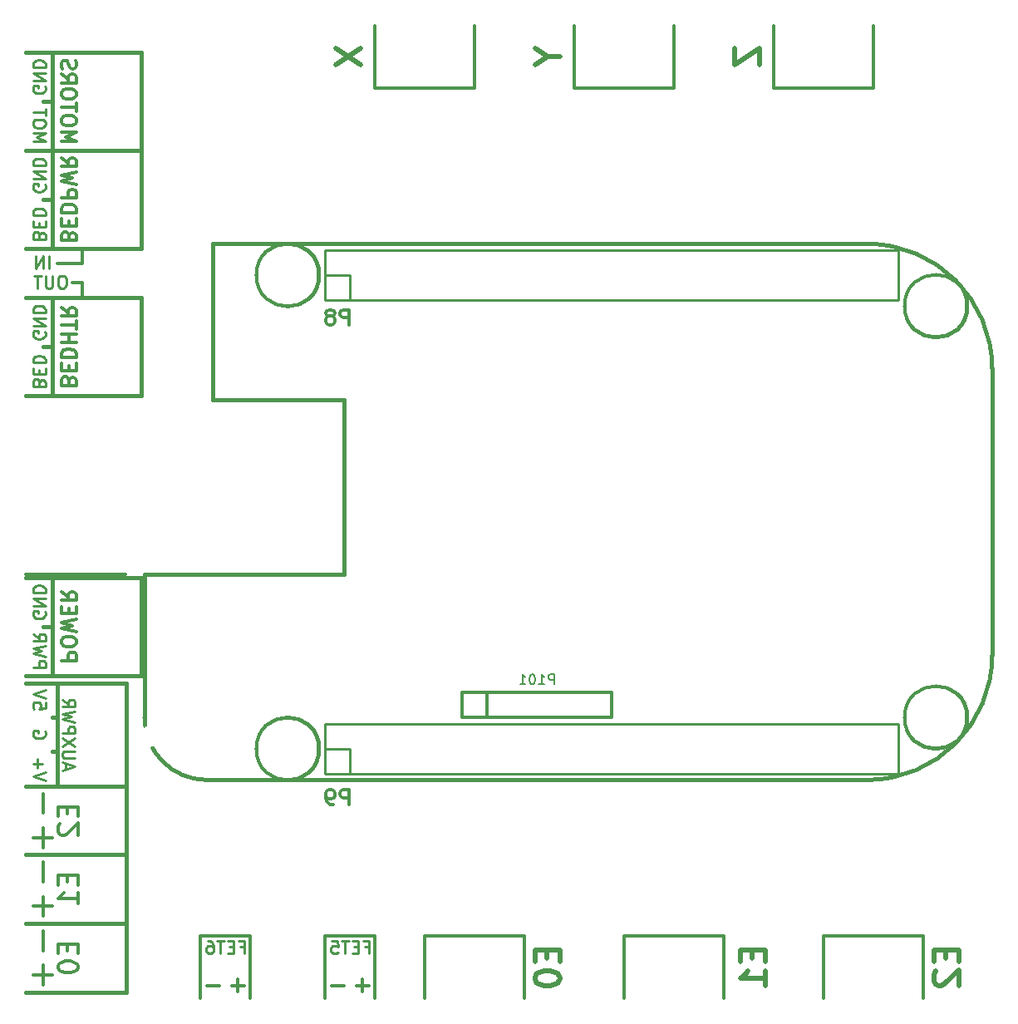
<source format=gbo>
G04 (created by PCBNEW (2013-07-07 BZR 4022)-stable) date 5/7/2014 12:27:22 AM*
%MOIN*%
G04 Gerber Fmt 3.4, Leading zero omitted, Abs format*
%FSLAX34Y34*%
G01*
G70*
G90*
G04 APERTURE LIST*
%ADD10C,0.00590551*%
%ADD11C,0.01*%
%ADD12C,0.012*%
%ADD13C,0.015*%
%ADD14C,0.011811*%
%ADD15C,0.02*%
%ADD16C,0.004*%
%ADD17C,0.008*%
%ADD18R,0.085X0.085*%
%ADD19C,0.085*%
%ADD20C,0.09*%
%ADD21R,0.09X0.09*%
%ADD22R,0.085X0.08*%
%ADD23R,0.075X0.1184*%
%ADD24R,0.08X0.08*%
%ADD25C,0.08*%
%ADD26C,0.13811*%
%ADD27R,0.13811X0.13811*%
%ADD28C,0.114488*%
%ADD29R,0.114488X0.114488*%
%ADD30C,0.236535*%
%ADD31O,0.085X0.085*%
%ADD32R,0.0849606X0.0849606*%
%ADD33C,0.0849606*%
%ADD34C,0.124331*%
G04 APERTURE END LIST*
G54D10*
G54D11*
X318Y29766D02*
X318Y30266D01*
X80Y29766D02*
X80Y30266D01*
X-205Y29766D01*
X-205Y30266D01*
X889Y29478D02*
X794Y29478D01*
X747Y29454D01*
X699Y29407D01*
X675Y29312D01*
X675Y29145D01*
X699Y29050D01*
X747Y29002D01*
X794Y28978D01*
X889Y28978D01*
X937Y29002D01*
X985Y29050D01*
X1008Y29145D01*
X1008Y29312D01*
X985Y29407D01*
X937Y29454D01*
X889Y29478D01*
X461Y29478D02*
X461Y29073D01*
X437Y29026D01*
X413Y29002D01*
X366Y28978D01*
X270Y28978D01*
X223Y29002D01*
X199Y29026D01*
X175Y29073D01*
X175Y29478D01*
X8Y29478D02*
X-276Y29478D01*
X-133Y28978D02*
X-133Y29478D01*
G54D12*
X1644Y29181D02*
X1250Y29181D01*
X1644Y28590D02*
X1644Y29181D01*
X1644Y29968D02*
X659Y29968D01*
X1644Y30559D02*
X1644Y29968D01*
G54D13*
X462Y11759D02*
X659Y11759D01*
X462Y10381D02*
X659Y10381D01*
X659Y13137D02*
X659Y9003D01*
X69Y15401D02*
X462Y15401D01*
X69Y26622D02*
X462Y26622D01*
X69Y32527D02*
X462Y32527D01*
X69Y36464D02*
X462Y36464D01*
G54D11*
X146Y11201D02*
X170Y11154D01*
X170Y11082D01*
X146Y11011D01*
X98Y10963D01*
X51Y10939D01*
X-44Y10916D01*
X-115Y10916D01*
X-210Y10939D01*
X-258Y10963D01*
X-306Y11011D01*
X-329Y11082D01*
X-329Y11130D01*
X-306Y11201D01*
X-282Y11225D01*
X-115Y11225D01*
X-115Y11130D01*
X170Y12353D02*
X170Y12115D01*
X-68Y12091D01*
X-44Y12115D01*
X-20Y12163D01*
X-20Y12282D01*
X-44Y12329D01*
X-68Y12353D01*
X-115Y12377D01*
X-234Y12377D01*
X-282Y12353D01*
X-306Y12329D01*
X-329Y12282D01*
X-329Y12163D01*
X-306Y12115D01*
X-282Y12091D01*
X170Y12520D02*
X-329Y12686D01*
X170Y12853D01*
X170Y9216D02*
X-329Y9383D01*
X170Y9550D01*
X-139Y9716D02*
X-139Y10097D01*
X-329Y9907D02*
X51Y9907D01*
G54D13*
X462Y9003D02*
X3415Y9003D01*
X462Y6248D02*
X3415Y6248D01*
X462Y3492D02*
X3415Y3492D01*
X3415Y736D02*
X462Y736D01*
X3415Y13137D02*
X3415Y736D01*
X462Y13137D02*
X3415Y13137D01*
X462Y13433D02*
X462Y17370D01*
X4006Y13433D02*
X462Y13433D01*
X4006Y17370D02*
X4006Y13433D01*
X462Y17370D02*
X4006Y17370D01*
X462Y24653D02*
X462Y28590D01*
X4006Y24653D02*
X462Y24653D01*
X4006Y28590D02*
X4006Y24653D01*
X462Y28590D02*
X4006Y28590D01*
X462Y34496D02*
X4006Y34496D01*
X462Y30559D02*
X462Y38433D01*
X4006Y30559D02*
X462Y30559D01*
X4006Y38433D02*
X4006Y30559D01*
X462Y38433D02*
X4006Y38433D01*
X462Y34496D02*
X-600Y34496D01*
X462Y28590D02*
X-600Y28590D01*
X462Y30559D02*
X-600Y30559D01*
X462Y38433D02*
X-600Y38433D01*
X462Y17370D02*
X-600Y17370D01*
X462Y24653D02*
X-600Y24653D01*
X462Y13433D02*
X-600Y13433D01*
X462Y13137D02*
X-600Y13137D01*
X462Y9003D02*
X-600Y9003D01*
X462Y6248D02*
X-600Y6248D01*
X462Y3492D02*
X-600Y3492D01*
X462Y736D02*
X-600Y736D01*
G54D14*
X1123Y25272D02*
X1095Y25356D01*
X1067Y25384D01*
X1011Y25412D01*
X926Y25412D01*
X870Y25384D01*
X842Y25356D01*
X814Y25300D01*
X814Y25075D01*
X1405Y25075D01*
X1405Y25272D01*
X1376Y25328D01*
X1348Y25356D01*
X1292Y25384D01*
X1236Y25384D01*
X1180Y25356D01*
X1151Y25328D01*
X1123Y25272D01*
X1123Y25075D01*
X1123Y25665D02*
X1123Y25862D01*
X814Y25947D02*
X814Y25665D01*
X1405Y25665D01*
X1405Y25947D01*
X814Y26200D02*
X1405Y26200D01*
X1405Y26340D01*
X1376Y26425D01*
X1320Y26481D01*
X1264Y26509D01*
X1151Y26537D01*
X1067Y26537D01*
X955Y26509D01*
X898Y26481D01*
X842Y26425D01*
X814Y26340D01*
X814Y26200D01*
X814Y26790D02*
X1405Y26790D01*
X1123Y26790D02*
X1123Y27128D01*
X814Y27128D02*
X1405Y27128D01*
X1405Y27325D02*
X1405Y27662D01*
X814Y27493D02*
X1405Y27493D01*
X814Y28196D02*
X1095Y28000D01*
X814Y27859D02*
X1405Y27859D01*
X1405Y28084D01*
X1376Y28140D01*
X1348Y28168D01*
X1292Y28196D01*
X1208Y28196D01*
X1151Y28168D01*
X1123Y28140D01*
X1095Y28084D01*
X1095Y27859D01*
G54D11*
X146Y27225D02*
X170Y27177D01*
X170Y27106D01*
X146Y27034D01*
X98Y26987D01*
X51Y26963D01*
X-44Y26939D01*
X-115Y26939D01*
X-210Y26963D01*
X-258Y26987D01*
X-306Y27034D01*
X-329Y27106D01*
X-329Y27153D01*
X-306Y27225D01*
X-282Y27249D01*
X-115Y27249D01*
X-115Y27153D01*
X-329Y27463D02*
X170Y27463D01*
X-329Y27749D01*
X170Y27749D01*
X-329Y27987D02*
X170Y27987D01*
X170Y28106D01*
X146Y28177D01*
X98Y28225D01*
X51Y28249D01*
X-44Y28272D01*
X-115Y28272D01*
X-210Y28249D01*
X-258Y28225D01*
X-306Y28177D01*
X-329Y28106D01*
X-329Y27987D01*
X-68Y25197D02*
X-91Y25268D01*
X-115Y25292D01*
X-163Y25316D01*
X-234Y25316D01*
X-282Y25292D01*
X-306Y25268D01*
X-329Y25221D01*
X-329Y25030D01*
X170Y25030D01*
X170Y25197D01*
X146Y25244D01*
X122Y25268D01*
X74Y25292D01*
X27Y25292D01*
X-20Y25268D01*
X-44Y25244D01*
X-68Y25197D01*
X-68Y25030D01*
X-68Y25530D02*
X-68Y25697D01*
X-329Y25768D02*
X-329Y25530D01*
X170Y25530D01*
X170Y25768D01*
X-329Y25983D02*
X170Y25983D01*
X170Y26102D01*
X146Y26173D01*
X98Y26221D01*
X51Y26244D01*
X-44Y26268D01*
X-115Y26268D01*
X-210Y26244D01*
X-258Y26221D01*
X-306Y26173D01*
X-329Y26102D01*
X-329Y25983D01*
X-68Y31102D02*
X-91Y31174D01*
X-115Y31198D01*
X-163Y31221D01*
X-234Y31221D01*
X-282Y31198D01*
X-306Y31174D01*
X-329Y31126D01*
X-329Y30936D01*
X170Y30936D01*
X170Y31102D01*
X146Y31150D01*
X122Y31174D01*
X74Y31198D01*
X27Y31198D01*
X-20Y31174D01*
X-44Y31150D01*
X-68Y31102D01*
X-68Y30936D01*
X-68Y31436D02*
X-68Y31602D01*
X-329Y31674D02*
X-329Y31436D01*
X170Y31436D01*
X170Y31674D01*
X-329Y31888D02*
X170Y31888D01*
X170Y32007D01*
X146Y32079D01*
X98Y32126D01*
X51Y32150D01*
X-44Y32174D01*
X-115Y32174D01*
X-210Y32150D01*
X-258Y32126D01*
X-306Y32079D01*
X-329Y32007D01*
X-329Y31888D01*
X146Y33130D02*
X170Y33083D01*
X170Y33011D01*
X146Y32940D01*
X98Y32892D01*
X51Y32868D01*
X-44Y32845D01*
X-115Y32845D01*
X-210Y32868D01*
X-258Y32892D01*
X-306Y32940D01*
X-329Y33011D01*
X-329Y33059D01*
X-306Y33130D01*
X-282Y33154D01*
X-115Y33154D01*
X-115Y33059D01*
X-329Y33368D02*
X170Y33368D01*
X-329Y33654D01*
X170Y33654D01*
X-329Y33892D02*
X170Y33892D01*
X170Y34011D01*
X146Y34083D01*
X98Y34130D01*
X51Y34154D01*
X-44Y34178D01*
X-115Y34178D01*
X-210Y34154D01*
X-258Y34130D01*
X-306Y34083D01*
X-329Y34011D01*
X-329Y33892D01*
G54D14*
X1123Y31079D02*
X1095Y31163D01*
X1067Y31191D01*
X1011Y31219D01*
X926Y31219D01*
X870Y31191D01*
X842Y31163D01*
X814Y31107D01*
X814Y30882D01*
X1405Y30882D01*
X1405Y31079D01*
X1376Y31135D01*
X1348Y31163D01*
X1292Y31191D01*
X1236Y31191D01*
X1180Y31163D01*
X1151Y31135D01*
X1123Y31079D01*
X1123Y30882D01*
X1123Y31473D02*
X1123Y31669D01*
X814Y31754D02*
X814Y31473D01*
X1405Y31473D01*
X1405Y31754D01*
X814Y32007D02*
X1405Y32007D01*
X1405Y32147D01*
X1376Y32232D01*
X1320Y32288D01*
X1264Y32316D01*
X1151Y32344D01*
X1067Y32344D01*
X955Y32316D01*
X898Y32288D01*
X842Y32232D01*
X814Y32147D01*
X814Y32007D01*
X814Y32597D02*
X1405Y32597D01*
X1405Y32822D01*
X1376Y32879D01*
X1348Y32907D01*
X1292Y32935D01*
X1208Y32935D01*
X1151Y32907D01*
X1123Y32879D01*
X1095Y32822D01*
X1095Y32597D01*
X1405Y33132D02*
X814Y33272D01*
X1236Y33385D01*
X814Y33497D01*
X1405Y33638D01*
X814Y34200D02*
X1095Y34003D01*
X814Y33863D02*
X1405Y33863D01*
X1405Y34088D01*
X1376Y34144D01*
X1348Y34172D01*
X1292Y34200D01*
X1208Y34200D01*
X1151Y34172D01*
X1123Y34144D01*
X1095Y34088D01*
X1095Y33863D01*
X814Y34847D02*
X1405Y34847D01*
X983Y35044D01*
X1405Y35241D01*
X814Y35241D01*
X1405Y35634D02*
X1405Y35747D01*
X1376Y35803D01*
X1320Y35859D01*
X1208Y35888D01*
X1011Y35888D01*
X898Y35859D01*
X842Y35803D01*
X814Y35747D01*
X814Y35634D01*
X842Y35578D01*
X898Y35522D01*
X1011Y35494D01*
X1208Y35494D01*
X1320Y35522D01*
X1376Y35578D01*
X1405Y35634D01*
X1405Y36056D02*
X1405Y36394D01*
X814Y36225D02*
X1405Y36225D01*
X1405Y36703D02*
X1405Y36816D01*
X1376Y36872D01*
X1320Y36928D01*
X1208Y36956D01*
X1011Y36956D01*
X898Y36928D01*
X842Y36872D01*
X814Y36816D01*
X814Y36703D01*
X842Y36647D01*
X898Y36591D01*
X1011Y36562D01*
X1208Y36562D01*
X1320Y36591D01*
X1376Y36647D01*
X1405Y36703D01*
X814Y37547D02*
X1095Y37350D01*
X814Y37209D02*
X1405Y37209D01*
X1405Y37434D01*
X1376Y37491D01*
X1348Y37519D01*
X1292Y37547D01*
X1208Y37547D01*
X1151Y37519D01*
X1123Y37491D01*
X1095Y37434D01*
X1095Y37209D01*
X842Y37772D02*
X814Y37856D01*
X814Y37997D01*
X842Y38053D01*
X870Y38081D01*
X926Y38109D01*
X983Y38109D01*
X1039Y38081D01*
X1067Y38053D01*
X1095Y37997D01*
X1123Y37884D01*
X1151Y37828D01*
X1180Y37800D01*
X1236Y37772D01*
X1292Y37772D01*
X1348Y37800D01*
X1376Y37828D01*
X1405Y37884D01*
X1405Y38025D01*
X1376Y38109D01*
G54D11*
X146Y37067D02*
X170Y37020D01*
X170Y36948D01*
X146Y36877D01*
X98Y36829D01*
X51Y36805D01*
X-44Y36782D01*
X-115Y36782D01*
X-210Y36805D01*
X-258Y36829D01*
X-306Y36877D01*
X-329Y36948D01*
X-329Y36996D01*
X-306Y37067D01*
X-282Y37091D01*
X-115Y37091D01*
X-115Y36996D01*
X-329Y37305D02*
X170Y37305D01*
X-329Y37591D01*
X170Y37591D01*
X-329Y37829D02*
X170Y37829D01*
X170Y37948D01*
X146Y38020D01*
X98Y38067D01*
X51Y38091D01*
X-44Y38115D01*
X-115Y38115D01*
X-210Y38091D01*
X-258Y38067D01*
X-306Y38020D01*
X-329Y37948D01*
X-329Y37829D01*
X-329Y34861D02*
X170Y34861D01*
X-187Y35027D01*
X170Y35194D01*
X-329Y35194D01*
X170Y35527D02*
X170Y35623D01*
X146Y35670D01*
X98Y35718D01*
X3Y35742D01*
X-163Y35742D01*
X-258Y35718D01*
X-306Y35670D01*
X-329Y35623D01*
X-329Y35527D01*
X-306Y35480D01*
X-258Y35432D01*
X-163Y35408D01*
X3Y35408D01*
X98Y35432D01*
X146Y35480D01*
X170Y35527D01*
X170Y35885D02*
X170Y36170D01*
X-329Y36027D02*
X170Y36027D01*
X994Y9666D02*
X994Y9904D01*
X851Y9618D02*
X1351Y9785D01*
X851Y9951D01*
X1351Y10118D02*
X946Y10118D01*
X898Y10142D01*
X874Y10166D01*
X851Y10213D01*
X851Y10308D01*
X874Y10356D01*
X898Y10380D01*
X946Y10404D01*
X1351Y10404D01*
X1351Y10594D02*
X851Y10928D01*
X1351Y10928D02*
X851Y10594D01*
X851Y11118D02*
X1351Y11118D01*
X1351Y11308D01*
X1327Y11356D01*
X1303Y11380D01*
X1255Y11404D01*
X1184Y11404D01*
X1136Y11380D01*
X1113Y11356D01*
X1089Y11308D01*
X1089Y11118D01*
X1351Y11570D02*
X851Y11689D01*
X1208Y11785D01*
X851Y11880D01*
X1351Y11999D01*
X851Y12475D02*
X1089Y12308D01*
X851Y12189D02*
X1351Y12189D01*
X1351Y12380D01*
X1327Y12428D01*
X1303Y12451D01*
X1255Y12475D01*
X1184Y12475D01*
X1136Y12451D01*
X1113Y12428D01*
X1089Y12380D01*
X1089Y12189D01*
X-329Y13750D02*
X170Y13750D01*
X170Y13941D01*
X146Y13988D01*
X122Y14012D01*
X74Y14036D01*
X3Y14036D01*
X-44Y14012D01*
X-68Y13988D01*
X-91Y13941D01*
X-91Y13750D01*
X170Y14203D02*
X-329Y14322D01*
X27Y14417D01*
X-329Y14512D01*
X170Y14631D01*
X-329Y15107D02*
X-91Y14941D01*
X-329Y14822D02*
X170Y14822D01*
X170Y15012D01*
X146Y15060D01*
X122Y15083D01*
X74Y15107D01*
X3Y15107D01*
X-44Y15083D01*
X-68Y15060D01*
X-91Y15012D01*
X-91Y14822D01*
X146Y16004D02*
X170Y15957D01*
X170Y15885D01*
X146Y15814D01*
X98Y15766D01*
X51Y15742D01*
X-44Y15719D01*
X-115Y15719D01*
X-210Y15742D01*
X-258Y15766D01*
X-306Y15814D01*
X-329Y15885D01*
X-329Y15933D01*
X-306Y16004D01*
X-282Y16028D01*
X-115Y16028D01*
X-115Y15933D01*
X-329Y16242D02*
X170Y16242D01*
X-329Y16528D01*
X170Y16528D01*
X-329Y16766D02*
X170Y16766D01*
X170Y16885D01*
X146Y16957D01*
X98Y17004D01*
X51Y17028D01*
X-44Y17052D01*
X-115Y17052D01*
X-210Y17028D01*
X-258Y17004D01*
X-306Y16957D01*
X-329Y16885D01*
X-329Y16766D01*
G54D12*
X-324Y1425D02*
X462Y1425D01*
X69Y1818D02*
X69Y1031D01*
X69Y3196D02*
X69Y2409D01*
X-324Y4181D02*
X462Y4181D01*
X69Y4574D02*
X69Y3787D01*
X69Y5952D02*
X69Y5165D01*
X-324Y6937D02*
X462Y6937D01*
X69Y7330D02*
X69Y6543D01*
X69Y8708D02*
X69Y7921D01*
X25400Y37000D02*
X25400Y39500D01*
X21400Y37000D02*
X25400Y37000D01*
X21400Y39500D02*
X21400Y37000D01*
X17400Y37000D02*
X17400Y39500D01*
X13400Y37000D02*
X17400Y37000D01*
X13400Y39500D02*
X13400Y37000D01*
X33400Y37000D02*
X33400Y39500D01*
X29400Y37000D02*
X33400Y37000D01*
X29400Y39500D02*
X29400Y37000D01*
G54D15*
X11804Y38583D02*
X12804Y37916D01*
X11804Y37916D02*
X12804Y38583D01*
X20328Y38250D02*
X20804Y38250D01*
X19804Y38583D02*
X20328Y38250D01*
X19804Y37916D01*
G54D12*
X35400Y3000D02*
X35400Y500D01*
X31400Y3000D02*
X35400Y3000D01*
X31400Y500D02*
X31400Y3000D01*
X27400Y3000D02*
X27400Y500D01*
X23400Y3000D02*
X27400Y3000D01*
X23400Y500D02*
X23400Y3000D01*
X19400Y3000D02*
X19400Y500D01*
X15400Y3000D02*
X19400Y3000D01*
X15400Y500D02*
X15400Y3000D01*
G54D15*
X27804Y38583D02*
X27804Y37916D01*
X28804Y38583D01*
X28804Y37916D01*
X20280Y2440D02*
X20280Y2107D01*
X20804Y1964D02*
X20804Y2440D01*
X19804Y2440D01*
X19804Y1964D01*
X19804Y1345D02*
X19804Y1250D01*
X19852Y1154D01*
X19900Y1107D01*
X19995Y1059D01*
X20185Y1011D01*
X20423Y1011D01*
X20614Y1059D01*
X20709Y1107D01*
X20757Y1154D01*
X20804Y1250D01*
X20804Y1345D01*
X20757Y1440D01*
X20709Y1488D01*
X20614Y1535D01*
X20423Y1583D01*
X20185Y1583D01*
X19995Y1535D01*
X19900Y1488D01*
X19852Y1440D01*
X19804Y1345D01*
X28530Y2440D02*
X28530Y2107D01*
X29054Y1964D02*
X29054Y2440D01*
X28054Y2440D01*
X28054Y1964D01*
X29054Y1011D02*
X29054Y1583D01*
X29054Y1297D02*
X28054Y1297D01*
X28197Y1392D01*
X28292Y1488D01*
X28340Y1583D01*
X36280Y2440D02*
X36280Y2107D01*
X36804Y1964D02*
X36804Y2440D01*
X35804Y2440D01*
X35804Y1964D01*
X35900Y1583D02*
X35852Y1535D01*
X35804Y1440D01*
X35804Y1202D01*
X35852Y1107D01*
X35900Y1059D01*
X35995Y1011D01*
X36090Y1011D01*
X36233Y1059D01*
X36804Y1630D01*
X36804Y1011D01*
G54D12*
X13400Y3000D02*
X13400Y500D01*
X11400Y3000D02*
X13400Y3000D01*
X11400Y500D02*
X11400Y3000D01*
X8400Y3000D02*
X8400Y500D01*
X6400Y3000D02*
X8400Y3000D01*
X6400Y500D02*
X6400Y3000D01*
G54D11*
X12983Y2559D02*
X13150Y2559D01*
X13150Y2297D02*
X13150Y2797D01*
X12911Y2797D01*
X12721Y2559D02*
X12554Y2559D01*
X12483Y2297D02*
X12721Y2297D01*
X12721Y2797D01*
X12483Y2797D01*
X12340Y2797D02*
X12054Y2797D01*
X12197Y2297D02*
X12197Y2797D01*
X11650Y2797D02*
X11888Y2797D01*
X11911Y2559D01*
X11888Y2583D01*
X11840Y2607D01*
X11721Y2607D01*
X11673Y2583D01*
X11650Y2559D01*
X11626Y2511D01*
X11626Y2392D01*
X11650Y2345D01*
X11673Y2321D01*
X11721Y2297D01*
X11840Y2297D01*
X11888Y2321D01*
X11911Y2345D01*
X7983Y2559D02*
X8150Y2559D01*
X8150Y2297D02*
X8150Y2797D01*
X7911Y2797D01*
X7721Y2559D02*
X7554Y2559D01*
X7483Y2297D02*
X7721Y2297D01*
X7721Y2797D01*
X7483Y2797D01*
X7340Y2797D02*
X7054Y2797D01*
X7197Y2297D02*
X7197Y2797D01*
X6673Y2797D02*
X6769Y2797D01*
X6816Y2773D01*
X6840Y2750D01*
X6888Y2678D01*
X6911Y2583D01*
X6911Y2392D01*
X6888Y2345D01*
X6864Y2321D01*
X6816Y2297D01*
X6721Y2297D01*
X6673Y2321D01*
X6650Y2345D01*
X6626Y2392D01*
X6626Y2511D01*
X6650Y2559D01*
X6673Y2583D01*
X6721Y2607D01*
X6816Y2607D01*
X6864Y2583D01*
X6888Y2559D01*
X6911Y2511D01*
G54D12*
X12900Y1250D02*
X12900Y750D01*
X12650Y1000D02*
X13150Y1000D01*
X11650Y1000D02*
X12150Y1000D01*
X7900Y1250D02*
X7900Y750D01*
X7650Y1000D02*
X8150Y1000D01*
X6650Y1000D02*
X7150Y1000D01*
X-600Y17500D02*
X3400Y17500D01*
X1056Y2666D02*
X1056Y2399D01*
X1475Y2285D02*
X1475Y2666D01*
X675Y2666D01*
X675Y2285D01*
X675Y1790D02*
X675Y1714D01*
X713Y1637D01*
X751Y1599D01*
X828Y1561D01*
X980Y1523D01*
X1171Y1523D01*
X1323Y1561D01*
X1399Y1599D01*
X1437Y1637D01*
X1475Y1714D01*
X1475Y1790D01*
X1437Y1866D01*
X1399Y1904D01*
X1323Y1942D01*
X1171Y1980D01*
X980Y1980D01*
X828Y1942D01*
X751Y1904D01*
X713Y1866D01*
X675Y1790D01*
X1056Y5422D02*
X1056Y5155D01*
X1475Y5041D02*
X1475Y5422D01*
X675Y5422D01*
X675Y5041D01*
X1475Y4279D02*
X1475Y4736D01*
X1475Y4508D02*
X675Y4508D01*
X790Y4584D01*
X866Y4660D01*
X904Y4736D01*
X1056Y8178D02*
X1056Y7911D01*
X1475Y7797D02*
X1475Y8178D01*
X675Y8178D01*
X675Y7797D01*
X751Y7492D02*
X713Y7454D01*
X675Y7378D01*
X675Y7187D01*
X713Y7111D01*
X751Y7073D01*
X828Y7035D01*
X904Y7035D01*
X1018Y7073D01*
X1475Y7530D01*
X1475Y7035D01*
G54D14*
X814Y14037D02*
X1405Y14037D01*
X1405Y14262D01*
X1376Y14318D01*
X1348Y14347D01*
X1292Y14375D01*
X1208Y14375D01*
X1151Y14347D01*
X1123Y14318D01*
X1095Y14262D01*
X1095Y14037D01*
X1405Y14740D02*
X1405Y14853D01*
X1376Y14909D01*
X1320Y14965D01*
X1208Y14993D01*
X1011Y14993D01*
X898Y14965D01*
X842Y14909D01*
X814Y14853D01*
X814Y14740D01*
X842Y14684D01*
X898Y14628D01*
X1011Y14600D01*
X1208Y14600D01*
X1320Y14628D01*
X1376Y14684D01*
X1405Y14740D01*
X1405Y15190D02*
X814Y15331D01*
X1236Y15443D01*
X814Y15556D01*
X1405Y15696D01*
X1123Y15921D02*
X1123Y16118D01*
X814Y16203D02*
X814Y15921D01*
X1405Y15921D01*
X1405Y16203D01*
X814Y16793D02*
X1095Y16596D01*
X814Y16456D02*
X1405Y16456D01*
X1405Y16681D01*
X1376Y16737D01*
X1348Y16765D01*
X1292Y16793D01*
X1208Y16793D01*
X1151Y16765D01*
X1123Y16737D01*
X1095Y16681D01*
X1095Y16456D01*
G54D12*
X17900Y11750D02*
X17900Y12750D01*
X16900Y12750D02*
X16900Y11750D01*
X16900Y11750D02*
X22900Y11750D01*
X22900Y11750D02*
X22900Y12750D01*
X22900Y12750D02*
X16900Y12750D01*
G54D16*
X11400Y11500D02*
X11400Y9500D01*
X11400Y9500D02*
X34400Y9500D01*
X34400Y9500D02*
X34400Y11500D01*
X34400Y11500D02*
X11400Y11500D01*
X11400Y30500D02*
X11400Y28500D01*
X11400Y28500D02*
X34400Y28500D01*
X34400Y28500D02*
X34400Y30500D01*
X34400Y30500D02*
X11400Y30500D01*
G54D13*
X37150Y11750D02*
G75*
G03X37150Y11750I-1250J0D01*
G74*
G01*
X37150Y28250D02*
G75*
G03X37150Y28250I-1250J0D01*
G74*
G01*
X11150Y29500D02*
G75*
G03X11150Y29500I-1250J0D01*
G74*
G01*
X11150Y10500D02*
G75*
G03X11150Y10500I-1250J0D01*
G74*
G01*
G54D11*
X34400Y9500D02*
X11400Y9500D01*
X34400Y11500D02*
X34400Y9500D01*
X11400Y11500D02*
X34400Y11500D01*
X11400Y9500D02*
X11400Y11500D01*
X12400Y10500D02*
X12400Y9500D01*
X11400Y10500D02*
X12400Y10500D01*
X11400Y29500D02*
X12400Y29500D01*
X12400Y29500D02*
X12400Y28500D01*
X11400Y28500D02*
X11400Y30500D01*
X11400Y30500D02*
X34400Y30500D01*
X34400Y30500D02*
X34400Y28500D01*
X34400Y28500D02*
X11400Y28500D01*
G54D13*
X6900Y24650D02*
X6900Y24500D01*
X6900Y24500D02*
X12150Y24500D01*
X12150Y24500D02*
X12150Y17500D01*
X12150Y17500D02*
X4150Y17500D01*
X4150Y17500D02*
X4150Y17350D01*
X33150Y30750D02*
X6900Y30750D01*
X6900Y30750D02*
X6900Y24650D01*
X4150Y17350D02*
X4150Y12250D01*
X4150Y11750D02*
X4150Y12250D01*
X33150Y9250D02*
X6650Y9250D01*
X38150Y14250D02*
X38150Y25750D01*
X33150Y9250D02*
G75*
G03X38150Y14250I0J5000D01*
G74*
G01*
X38150Y25750D02*
G75*
G03X33150Y30750I-5000J0D01*
G74*
G01*
X4150Y11750D02*
G75*
G03X6650Y9250I2500J0D01*
G74*
G01*
G54D17*
X20576Y13088D02*
X20576Y13488D01*
X20423Y13488D01*
X20385Y13469D01*
X20366Y13450D01*
X20347Y13411D01*
X20347Y13354D01*
X20366Y13316D01*
X20385Y13297D01*
X20423Y13278D01*
X20576Y13278D01*
X19966Y13088D02*
X20195Y13088D01*
X20080Y13088D02*
X20080Y13488D01*
X20119Y13430D01*
X20157Y13392D01*
X20195Y13373D01*
X19719Y13488D02*
X19680Y13488D01*
X19642Y13469D01*
X19623Y13450D01*
X19604Y13411D01*
X19585Y13335D01*
X19585Y13240D01*
X19604Y13164D01*
X19623Y13126D01*
X19642Y13107D01*
X19680Y13088D01*
X19719Y13088D01*
X19757Y13107D01*
X19776Y13126D01*
X19795Y13164D01*
X19814Y13240D01*
X19814Y13335D01*
X19795Y13411D01*
X19776Y13450D01*
X19757Y13469D01*
X19719Y13488D01*
X19204Y13088D02*
X19433Y13088D01*
X19319Y13088D02*
X19319Y13488D01*
X19357Y13430D01*
X19395Y13392D01*
X19433Y13373D01*
G54D12*
X12342Y8257D02*
X12342Y8857D01*
X12114Y8857D01*
X12057Y8828D01*
X12028Y8800D01*
X12000Y8742D01*
X12000Y8657D01*
X12028Y8600D01*
X12057Y8571D01*
X12114Y8542D01*
X12342Y8542D01*
X11714Y8257D02*
X11600Y8257D01*
X11542Y8285D01*
X11514Y8314D01*
X11457Y8400D01*
X11428Y8514D01*
X11428Y8742D01*
X11457Y8800D01*
X11485Y8828D01*
X11542Y8857D01*
X11657Y8857D01*
X11714Y8828D01*
X11742Y8800D01*
X11771Y8742D01*
X11771Y8600D01*
X11742Y8542D01*
X11714Y8514D01*
X11657Y8485D01*
X11542Y8485D01*
X11485Y8514D01*
X11457Y8542D01*
X11428Y8600D01*
X12342Y27507D02*
X12342Y28107D01*
X12114Y28107D01*
X12057Y28078D01*
X12028Y28050D01*
X12000Y27992D01*
X12000Y27907D01*
X12028Y27850D01*
X12057Y27821D01*
X12114Y27792D01*
X12342Y27792D01*
X11657Y27850D02*
X11714Y27878D01*
X11742Y27907D01*
X11771Y27964D01*
X11771Y27992D01*
X11742Y28050D01*
X11714Y28078D01*
X11657Y28107D01*
X11542Y28107D01*
X11485Y28078D01*
X11457Y28050D01*
X11428Y27992D01*
X11428Y27964D01*
X11457Y27907D01*
X11485Y27878D01*
X11542Y27850D01*
X11657Y27850D01*
X11714Y27821D01*
X11742Y27792D01*
X11771Y27735D01*
X11771Y27621D01*
X11742Y27564D01*
X11714Y27535D01*
X11657Y27507D01*
X11542Y27507D01*
X11485Y27535D01*
X11457Y27564D01*
X11428Y27621D01*
X11428Y27735D01*
X11457Y27792D01*
X11485Y27821D01*
X11542Y27850D01*
%LPC*%
G54D18*
X12900Y12750D03*
G54D19*
X13900Y12750D03*
G54D18*
X14900Y12750D03*
G54D19*
X15900Y12750D03*
G54D18*
X29900Y14000D03*
G54D19*
X30900Y14000D03*
G54D20*
X5900Y29000D03*
X5900Y30000D03*
G54D21*
X5900Y28000D03*
G54D20*
X7650Y6500D03*
X6650Y6500D03*
G54D21*
X8650Y6500D03*
G54D20*
X7650Y4500D03*
X6650Y4500D03*
G54D21*
X8650Y4500D03*
G54D20*
X7650Y8500D03*
X6650Y8500D03*
G54D21*
X8650Y8500D03*
G54D22*
X13900Y38250D03*
G54D19*
X14900Y38250D03*
X15900Y38250D03*
X16900Y38250D03*
G54D22*
X21900Y38250D03*
G54D19*
X22900Y38250D03*
X23900Y38250D03*
X24900Y38250D03*
G54D22*
X29900Y38250D03*
G54D19*
X30900Y38250D03*
X31900Y38250D03*
X32900Y38250D03*
G54D22*
X34900Y1750D03*
G54D19*
X33900Y1750D03*
X32900Y1750D03*
X31900Y1750D03*
G54D23*
X36014Y33779D03*
X37786Y33779D03*
X36014Y31220D03*
X37786Y31220D03*
G54D22*
X26900Y1750D03*
G54D19*
X25900Y1750D03*
X24900Y1750D03*
X23900Y1750D03*
G54D22*
X18900Y1750D03*
G54D19*
X17900Y1750D03*
X16900Y1750D03*
X15900Y1750D03*
G54D18*
X12900Y1750D03*
G54D19*
X11900Y1750D03*
G54D18*
X7900Y1750D03*
G54D19*
X6900Y1750D03*
G54D18*
X36900Y26500D03*
G54D19*
X36900Y25500D03*
G54D18*
X36900Y19000D03*
G54D19*
X36900Y20000D03*
X36900Y21000D03*
X36900Y22000D03*
X36900Y23000D03*
X36900Y24000D03*
G54D18*
X35900Y19000D03*
G54D19*
X34900Y19000D03*
X35900Y20000D03*
X34900Y20000D03*
X35900Y21000D03*
X34900Y21000D03*
X35900Y22000D03*
X34900Y22000D03*
X35900Y23000D03*
X34900Y23000D03*
X35900Y24000D03*
X34900Y24000D03*
G54D23*
X36014Y37779D03*
X37786Y37779D03*
X36014Y35220D03*
X37786Y35220D03*
G54D18*
X17400Y12250D03*
G54D19*
X18400Y12250D03*
X19400Y12250D03*
X20400Y12250D03*
X21400Y12250D03*
X22400Y12250D03*
G54D18*
X28900Y12500D03*
G54D19*
X29900Y12500D03*
X30900Y12500D03*
X31900Y12500D03*
X32900Y12500D03*
X33900Y12500D03*
G54D24*
X11900Y10000D03*
G54D25*
X11900Y11000D03*
X12900Y10000D03*
X12900Y11000D03*
X13900Y10000D03*
X13900Y11000D03*
X14900Y10000D03*
X14900Y11000D03*
X15900Y10000D03*
X15900Y11000D03*
X16900Y10000D03*
X16900Y11000D03*
X17900Y10000D03*
X17900Y11000D03*
X18900Y10000D03*
X18900Y11000D03*
X19900Y10000D03*
X19900Y11000D03*
X20900Y10000D03*
X20900Y11000D03*
X21900Y10000D03*
X21900Y11000D03*
X22900Y10000D03*
X22900Y11000D03*
X23900Y10000D03*
X23900Y11000D03*
X24900Y10000D03*
X24900Y11000D03*
X25900Y10000D03*
X25900Y11000D03*
X26900Y10000D03*
X26900Y11000D03*
X27900Y10000D03*
X27900Y11000D03*
X28900Y10000D03*
X28900Y11000D03*
X29900Y10000D03*
X29900Y11000D03*
X30900Y10000D03*
X30900Y11000D03*
X31900Y10000D03*
X31900Y11000D03*
X32900Y10000D03*
X32900Y11000D03*
X33900Y10000D03*
X33900Y11000D03*
G54D24*
X11900Y29000D03*
G54D25*
X11900Y30000D03*
X12900Y29000D03*
X12900Y30000D03*
X13900Y29000D03*
X13900Y30000D03*
X14900Y29000D03*
X14900Y30000D03*
X15900Y29000D03*
X15900Y30000D03*
X16900Y29000D03*
X16900Y30000D03*
X17900Y29000D03*
X17900Y30000D03*
X18900Y29000D03*
X18900Y30000D03*
X19900Y29000D03*
X19900Y30000D03*
X20900Y29000D03*
X20900Y30000D03*
X21900Y29000D03*
X21900Y30000D03*
X22900Y29000D03*
X22900Y30000D03*
X23900Y29000D03*
X23900Y30000D03*
X24900Y29000D03*
X24900Y30000D03*
X25900Y29000D03*
X25900Y30000D03*
X26900Y29000D03*
X26900Y30000D03*
X27900Y29000D03*
X27900Y30000D03*
X28900Y29000D03*
X28900Y30000D03*
X29900Y29000D03*
X29900Y30000D03*
X30900Y29000D03*
X30900Y30000D03*
X31900Y29000D03*
X31900Y30000D03*
X32900Y29000D03*
X32900Y30000D03*
X33900Y29000D03*
X33900Y30000D03*
X20900Y8500D03*
X19900Y8500D03*
X18900Y8500D03*
X17900Y8500D03*
X16900Y8500D03*
X15900Y8500D03*
X14900Y8500D03*
X13900Y8500D03*
X13900Y3500D03*
X14900Y3500D03*
X15900Y3500D03*
X16900Y3500D03*
X17900Y3500D03*
X18900Y3500D03*
X19900Y3500D03*
X20900Y3500D03*
X28900Y8500D03*
X27900Y8500D03*
X26900Y8500D03*
X25900Y8500D03*
X24900Y8500D03*
X23900Y8500D03*
X22900Y8500D03*
X21900Y8500D03*
X21900Y3500D03*
X22900Y3500D03*
X23900Y3500D03*
X24900Y3500D03*
X25900Y3500D03*
X26900Y3500D03*
X27900Y3500D03*
X28900Y3500D03*
X36900Y8500D03*
X35900Y8500D03*
X34900Y8500D03*
X33900Y8500D03*
X32900Y8500D03*
X31900Y8500D03*
X30900Y8500D03*
X29900Y8500D03*
X29900Y3500D03*
X30900Y3500D03*
X31900Y3500D03*
X32900Y3500D03*
X33900Y3500D03*
X34900Y3500D03*
X35900Y3500D03*
X36900Y3500D03*
X27900Y31500D03*
X28900Y31500D03*
X29900Y31500D03*
X30900Y31500D03*
X31900Y31500D03*
X32900Y31500D03*
X33900Y31500D03*
X34900Y31500D03*
X34900Y36500D03*
X33900Y36500D03*
X32900Y36500D03*
X31900Y36500D03*
X30900Y36500D03*
X29900Y36500D03*
X28900Y36500D03*
X27900Y36500D03*
X19900Y31500D03*
X20900Y31500D03*
X21900Y31500D03*
X22900Y31500D03*
X23900Y31500D03*
X24900Y31500D03*
X25900Y31500D03*
X26900Y31500D03*
X26900Y36500D03*
X25900Y36500D03*
X24900Y36500D03*
X23900Y36500D03*
X22900Y36500D03*
X21900Y36500D03*
X20900Y36500D03*
X19900Y36500D03*
X11900Y31500D03*
X12900Y31500D03*
X13900Y31500D03*
X14900Y31500D03*
X15900Y31500D03*
X16900Y31500D03*
X17900Y31500D03*
X18900Y31500D03*
X18900Y36500D03*
X17900Y36500D03*
X16900Y36500D03*
X15900Y36500D03*
X14900Y36500D03*
X13900Y36500D03*
X12900Y36500D03*
X11900Y36500D03*
G54D26*
X2234Y27606D03*
G54D27*
X2234Y25637D03*
G54D26*
X2234Y16385D03*
G54D27*
X2234Y14417D03*
G54D26*
X2234Y37448D03*
G54D27*
X2234Y35480D03*
G54D26*
X2234Y33511D03*
G54D27*
X2234Y31543D03*
G54D28*
X2234Y8314D03*
G54D29*
X2234Y6937D03*
G54D28*
X2234Y2803D03*
G54D29*
X2234Y1425D03*
G54D28*
X2234Y5559D03*
G54D29*
X2234Y4181D03*
G54D28*
X2234Y11070D03*
G54D29*
X2234Y9692D03*
G54D28*
X2234Y12448D03*
G54D30*
X35900Y11750D03*
X9900Y10500D03*
X9900Y29500D03*
X35900Y28250D03*
G54D18*
X5400Y11000D03*
G54D31*
X4400Y11000D03*
G54D32*
X32900Y26000D03*
G54D33*
X32900Y25000D03*
X31900Y26000D03*
X31900Y25000D03*
X30900Y26000D03*
X30900Y25000D03*
X29900Y26000D03*
X29900Y25000D03*
G54D32*
X24900Y26000D03*
G54D33*
X24900Y25000D03*
X23900Y26000D03*
X23900Y25000D03*
X22900Y26000D03*
X22900Y25000D03*
X21900Y26000D03*
X21900Y25000D03*
G54D32*
X35900Y14000D03*
G54D33*
X34900Y14000D03*
X35900Y15000D03*
X34900Y15000D03*
X35900Y16000D03*
X34900Y16000D03*
X35900Y17000D03*
X34900Y17000D03*
G54D32*
X25400Y5000D03*
G54D33*
X24400Y5000D03*
X25400Y6000D03*
X24400Y6000D03*
X25400Y7000D03*
X24400Y7000D03*
G54D32*
X33400Y5000D03*
G54D33*
X32400Y5000D03*
X33400Y6000D03*
X32400Y6000D03*
X33400Y7000D03*
X32400Y7000D03*
G54D32*
X17400Y5000D03*
G54D33*
X16400Y5000D03*
X17400Y6000D03*
X16400Y6000D03*
X17400Y7000D03*
X16400Y7000D03*
G54D32*
X31400Y35000D03*
G54D33*
X32400Y35000D03*
X31400Y34000D03*
X32400Y34000D03*
X31400Y33000D03*
X32400Y33000D03*
G54D32*
X23400Y35000D03*
G54D33*
X24400Y35000D03*
X23400Y34000D03*
X24400Y34000D03*
X23400Y33000D03*
X24400Y33000D03*
G54D32*
X15400Y35000D03*
G54D33*
X16400Y35000D03*
X15400Y34000D03*
X16400Y34000D03*
X15400Y33000D03*
X16400Y33000D03*
G54D32*
X15900Y26000D03*
G54D33*
X15900Y25000D03*
X14900Y26000D03*
X14900Y25000D03*
X13900Y26000D03*
X13900Y25000D03*
G54D32*
X23900Y13500D03*
G54D33*
X24900Y13500D03*
X23900Y12500D03*
X24900Y12500D03*
G54D34*
X5892Y36830D03*
X5892Y38169D03*
X9907Y36830D03*
X9907Y38169D03*
X5892Y15330D03*
X5892Y16669D03*
X9907Y15330D03*
X9907Y16669D03*
X5892Y32830D03*
X5892Y34169D03*
X9907Y32830D03*
X9907Y34169D03*
M02*

</source>
